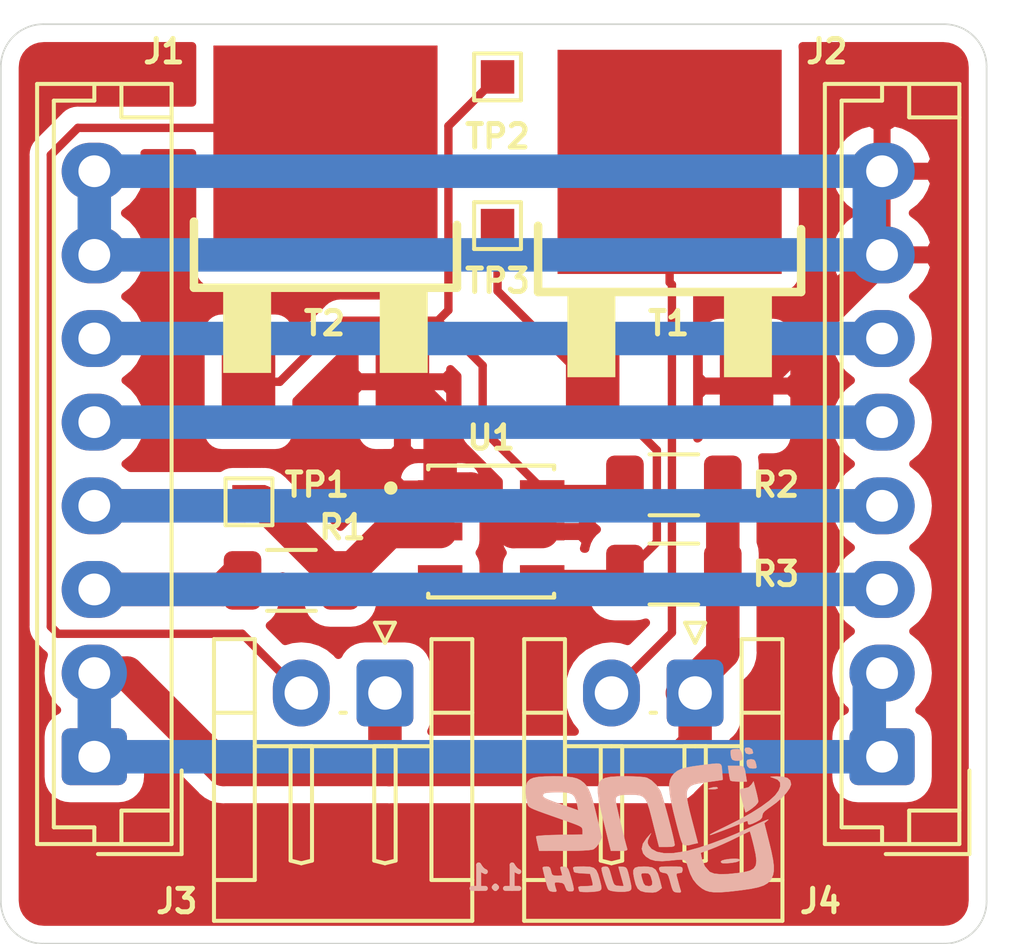
<source format=kicad_pcb>
(kicad_pcb (version 20211014) (generator pcbnew)
  (layers (0 "F.Cu" signal) (31 "B.Cu" signal) (34 "B.Paste" user) (35 "F.Paste" user) (36 "B.SilkS" user "B.Silkscreen") (37 "F.SilkS" user "F.Silkscreen") (38 "B.Mask" user) (39 "F.Mask" user) (44 "Edge.Cuts" user))
  (net 0 "")
  (net 1 "+12V")
  (net 2 "+3V3")
  (net 3 "GPIO")
  (net 4 "GND")
  (net 5 "Net-(J1-Pad6)")
  (net 6 "Net-(J1-Pad5)")
  (net 7 "Net-(J3-Pad2)")
  (net 8 "Net-(J4-Pad2)")
  (net 9 "Net-(R3-Pad2)")
  (net 10 "Net-(R2-Pad2)")
  (footprint "Connector_JST:JST_EH_B8B-EH-A_1x08_P2.50mm_Vertical" (layer "F.Cu") (at 101.092 148.8948 90)
    (fp_text reference "J1" (at 21.082 2.0828 180) (layer "F.SilkS") (effects (font (size 0.7 0.7))))
    (fp_text value "In")
    (fp_line (start 19.11 0.81) (end 19.11 2.31) (layer "F.SilkS") (width 0.12))
    (fp_line (start -2.61 0) (end -2.11 0) (layer "F.SilkS") (width 0.12))
    (fp_line (start -1.61 0.81) (end -1.61 2.31) (layer "F.SilkS") (width 0.12))
    (fp_line (start -2.11 0) (end -2.11 -1.21) (layer "F.SilkS") (width 0.12))
    (fp_line (start -2.61 0.81) (end -1.61 0.81) (layer "F.SilkS") (width 0.12))
    (fp_line (start -2.91 0.11) (end -2.91 2.61) (layer "F.SilkS") (width 0.12))
    (fp_line (start 20.11 -1.71) (end -2.61 -1.71) (layer "F.SilkS") (width 0.12))
    (fp_line (start 20.11 2.31) (end 20.11 -1.71) (layer "F.SilkS") (width 0.12))
    (fp_line (start 19.61 0) (end 20.11 0) (layer "F.SilkS") (width 0.12))
    (fp_line (start 19.61 -1.21) (end 19.61 0) (layer "F.SilkS") (width 0.12))
    (fp_line (start -2.11 -1.21) (end 19.61 -1.21) (layer "F.SilkS") (width 0.12))
    (fp_line (start -2.91 2.61) (end -0.41 2.61) (layer "F.SilkS") (width 0.12))
    (fp_line (start -2.61 -1.71) (end -2.61 2.31) (layer "F.SilkS") (width 0.12))
    (fp_line (start -2.61 2.31) (end 20.11 2.31) (layer "F.SilkS") (width 0.12))
    (fp_line (start 20.11 0.81) (end 19.11 0.81) (layer "F.SilkS") (width 0.12))
    (pad "1" thru_hole roundrect locked (at 0 0 90) (size 1.7 1.95) (drill 0.95) (layers *.Cu *.Mask) (roundrect_rratio 0.1470588235) (net 1 "+12V"))
    (pad "2" thru_hole oval locked (at 2.5 0 90) (size 1.7 1.95) (drill 0.95) (layers *.Cu *.Mask) (net 1 "+12V"))
    (pad "3" thru_hole oval locked (at 5 0 90) (size 1.7 1.95) (drill 0.95) (layers *.Cu *.Mask) (net 2 "+3V3"))
    (pad "4" thru_hole oval locked (at 7.5 0 90) (size 1.7 1.95) (drill 0.95) (layers *.Cu *.Mask) (net 3 "GPIO"))
    (pad "5" thru_hole oval locked (at 10 0 90) (size 1.7 1.95) (drill 0.95) (layers *.Cu *.Mask) (net 6 "Net-(J1-Pad5)"))
    (pad "6" thru_hole oval locked (at 12.5 0 90) (size 1.7 1.95) (drill 0.95) (layers *.Cu *.Mask) (net 5 "Net-(J1-Pad6)"))
    (pad "7" thru_hole oval locked (at 15 0 90) (size 1.7 1.95) (drill 0.95) (layers *.Cu *.Mask) (net 4 "GND"))
    (pad "8" thru_hole oval locked (at 17.5 0 90) (size 1.7 1.95) (drill 0.95) (layers *.Cu *.Mask) (net 4 "GND"))
  )
  (footprint "DS2413P_:SOIC127P429X150-N" (layer "F.Cu") (at 112.9538 142.1638)
    (fp_text reference "U1" (at 0 -2.8064) (layer "F.SilkS") (effects (font (size 0.7 0.7))))
    (fp_text value "DS2413P+")
    (fp_line (start -1.88 -1.97) (end -1.88 -1.86) (layer "F.SilkS") (width 0.127))
    (fp_line (start 1.88 -1.97) (end 1.88 -1.86) (layer "F.SilkS") (width 0.127))
    (fp_line (start -1.88 1.97) (end -1.88 1.86) (layer "F.SilkS") (width 0.127))
    (fp_line (start -1.88 1.97) (end 1.88 1.97) (layer "F.SilkS") (width 0.127))
    (fp_line (start 1.88 1.97) (end 1.88 1.86) (layer "F.SilkS") (width 0.127))
    (fp_line (start -1.88 -1.97) (end 1.88 -1.97) (layer "F.SilkS") (width 0.127))
    (fp_circle (center -3 -1.3) (end -2.9 -1.3) (layer "F.SilkS") (width 0.2) (fill none))
    (pad "1" smd rect locked (at -1.525 -1.27) (size 1.33 0.53) (layers "F.Cu" "F.Paste" "F.Mask") (net 4 "GND"))
    (pad "2" smd rect locked (at -1.525 0) (size 1.33 0.53) (layers "F.Cu" "F.Paste" "F.Mask") (net 3 "GPIO"))
    (pad "3" smd rect locked (at -1.525 1.27) (size 1.33 0.53) (layers "F.Cu" "F.Paste" "F.Mask"))
    (pad "4" smd rect locked (at 1.525 1.27) (size 1.33 0.53) (layers "F.Cu" "F.Paste" "F.Mask") (net 9 "Net-(R3-Pad2)"))
    (pad "5" smd rect locked (at 1.525 0) (size 1.33 0.53) (layers "F.Cu" "F.Paste" "F.Mask") (net 4 "GND"))
    (pad "6" smd rect locked (at 1.525 -1.27) (size 1.33 0.53) (layers "F.Cu" "F.Paste" "F.Mask") (net 10 "Net-(R2-Pad2)"))
  )
  (footprint "TestPoint:TestPoint_Pad_1.0x1.0mm" (layer "F.Cu") (at 105.7148 141.2748 90)
    (fp_text reference "TP1" (at 0.508 2.032 180) (layer "F.SilkS") (effects (font (size 0.7 0.7))))
    (fp_text value "TestPoint" hide)
    (fp_line (start 0.7 0.7) (end -0.7 0.7) (layer "F.SilkS") (width 0.12))
    (fp_line (start -0.7 -0.7) (end 0.7 -0.7) (layer "F.SilkS") (width 0.12))
    (fp_line (start 0.7 -0.7) (end 0.7 0.7) (layer "F.SilkS") (width 0.12))
    (fp_line (start -0.7 0.7) (end -0.7 -0.7) (layer "F.SilkS") (width 0.12))
    (pad "1" smd rect locked (at 0 0 90) (size 1 1) (layers "F.Cu" "F.Mask") (net 3 "GPIO"))
  )
  (footprint "TestPoint:TestPoint_Pad_1.0x1.0mm" (layer "F.Cu") (at 113.1443 128.5748)
    (fp_text reference "TP2" (at 0 1.778) (layer "F.SilkS") (effects (font (size 0.7 0.7))))
    (fp_text value "TestPoint" hide)
    (fp_line (start -0.7 -0.7) (end 0.7 -0.7) (layer "F.SilkS") (width 0.12))
    (fp_line (start 0.7 -0.7) (end 0.7 0.7) (layer "F.SilkS") (width 0.12))
    (fp_line (start -0.7 0.7) (end -0.7 -0.7) (layer "F.SilkS") (width 0.12))
    (fp_line (start 0.7 0.7) (end -0.7 0.7) (layer "F.SilkS") (width 0.12))
    (pad "1" smd rect locked (at 0 0) (size 1 1) (layers "F.Cu" "F.Mask") (net 10 "Net-(R2-Pad2)"))
  )
  (footprint "Connector_JST:JST_EH_S2B-EH_1x02_P2.50mm_Horizontal" (layer "F.Cu") (at 109.7788 146.9898 180)
    (fp_text reference "J3" (at 6.223 -6.223) (layer "F.SilkS") (effects (font (size 0.7 0.7))))
    (fp_text value "LED")
    (fp_line (start -0.32 -5.01) (end 0 -5.09) (layer "F.SilkS") (width 0.12))
    (fp_line (start 0.3 2.1) (end 0 1.5) (layer "F.SilkS") (width 0.12))
    (fp_line (start -1.39 -5.59) (end -1.39 -0.59) (layer "F.SilkS") (width 0.12))
    (fp_line (start 2.82 -5.01) (end 2.82 -1.59) (layer "F.SilkS") (width 0.12))
    (fp_line (start 1.17 -0.59) (end 1.33 -0.59) (layer "F.SilkS") (width 0.12))
    (fp_line (start 2.18 -5.01) (end 2.5 -5.09) (layer "F.SilkS") (width 0.12))
    (fp_line (start 0 -5.09) (end 0.32 -5.01) (layer "F.SilkS") (width 0.12))
    (fp_line (start -2.61 -5.59) (end -1.39 -5.59) (layer "F.SilkS") (width 0.12))
    (fp_line (start 5.11 -6.81) (end 5.11 1.61) (layer "F.SilkS") (width 0.12))
    (fp_line (start 0 1.5) (end -0.3 2.1) (layer "F.SilkS") (width 0.12))
    (fp_line (start 3.89 -5.59) (end 3.89 -0.59) (layer "F.SilkS") (width 0.12))
    (fp_line (start -1.39 -0.59) (end -1.39 1.61) (layer "F.SilkS") (width 0.12))
    (fp_line (start -0.32 -1.59) (end -0.32 -5.01) (layer "F.SilkS") (width 0.12))
    (fp_line (start 0 -1.59) (end -0.32 -1.59) (layer "F.SilkS") (width 0.12))
    (fp_line (start -0.3 2.1) (end 0.3 2.1) (layer "F.SilkS") (width 0.12))
    (fp_line (start 2.5 -1.59) (end 2.18 -1.59) (layer "F.SilkS") (width 0.12))
    (fp_line (start -1.39 1.61) (end -2.61 1.61) (layer "F.SilkS") (width 0.12))
    (fp_line (start 3.89 1.61) (end 3.89 -0.59) (layer "F.SilkS") (width 0.12))
    (fp_line (start -1.39 -0.59) (end -2.61 -0.59) (layer "F.SilkS") (width 0.12))
    (fp_line (start 0.32 -1.59) (end 0 -1.59) (layer "F.SilkS") (width 0.12))
    (fp_line (start -2.61 1.61) (end -2.61 -6.81) (layer "F.SilkS") (width 0.12))
    (fp_line (start 5.11 1.61) (end 3.89 1.61) (layer "F.SilkS") (width 0.12))
    (fp_line (start -1.39 -1.59) (end 3.89 -1.59) (layer "F.SilkS") (width 0.12))
    (fp_line (start 2.18 -1.59) (end 2.18 -5.01) (layer "F.SilkS") (width 0.12))
    (fp_line (start 3.89 -0.59) (end 5.11 -0.59) (layer "F.SilkS") (width 0.12))
    (fp_line (start -2.61 -6.81) (end 5.11 -6.81) (layer "F.SilkS") (width 0.12))
    (fp_line (start 2.82 -1.59) (end 2.5 -1.59) (layer "F.SilkS") (width 0.12))
    (fp_line (start 2.5 -5.09) (end 2.82 -5.01) (layer "F.SilkS") (width 0.12))
    (fp_line (start 5.11 -5.59) (end 3.89 -5.59) (layer "F.SilkS") (width 0.12))
    (fp_line (start 0.32 -5.01) (end 0.32 -1.59) (layer "F.SilkS") (width 0.12))
    (pad "1" thru_hole roundrect locked (at 0 0 180) (size 1.7 2) (drill 1) (layers *.Cu *.Mask) (roundrect_rratio 0.1470588235) (net 1 "+12V"))
    (pad "2" thru_hole oval locked (at 2.5 0 180) (size 1.7 2) (drill 1) (layers *.Cu *.Mask) (net 7 "Net-(J3-Pad2)"))
  )
  (footprint "Connector_JST:JST_EH_B8B-EH-A_1x08_P2.50mm_Vertical" (layer "F.Cu") (at 124.6378 148.8948 90)
    (fp_text reference "J2" (at 21.082 -1.651 180) (layer "F.SilkS") (effects (font (size 0.7 0.7))))
    (fp_text value "Out")
    (fp_line (start 19.11 0.81) (end 19.11 2.31) (layer "F.SilkS") (width 0.12))
    (fp_line (start 20.11 -1.71) (end -2.61 -1.71) (layer "F.SilkS") (width 0.12))
    (fp_line (start 19.61 -1.21) (end 19.61 0) (layer "F.SilkS") (width 0.12))
    (fp_line (start -2.61 2.31) (end 20.11 2.31) (layer "F.SilkS") (width 0.12))
    (fp_line (start 19.61 0) (end 20.11 0) (layer "F.SilkS") (width 0.12))
    (fp_line (start -2.61 0) (end -2.11 0) (layer "F.SilkS") (width 0.12))
    (fp_line (start 20.11 2.31) (end 20.11 -1.71) (layer "F.SilkS") (width 0.12))
    (fp_line (start -2.61 -1.71) (end -2.61 2.31) (layer "F.SilkS") (width 0.12))
    (fp_line (start 20.11 0.81) (end 19.11 0.81) (layer "F.SilkS") (width 0.12))
    (fp_line (start -2.11 0) (end -2.11 -1.21) (layer "F.SilkS") (width 0.12))
    (fp_line (start -2.91 0.11) (end -2.91 2.61) (layer "F.SilkS") (width 0.12))
    (fp_line (start -2.91 2.61) (end -0.41 2.61) (layer "F.SilkS") (width 0.12))
    (fp_line (start -2.11 -1.21) (end 19.61 -1.21) (layer "F.SilkS") (width 0.12))
    (fp_line (start -2.61 0.81) (end -1.61 0.81) (layer "F.SilkS") (width 0.12))
    (fp_line (start -1.61 0.81) (end -1.61 2.31) (layer "F.SilkS") (width 0.12))
    (pad "1" thru_hole roundrect locked (at 0 0 90) (size 1.7 1.95) (drill 0.95) (layers *.Cu *.Mask) (roundrect_rratio 0.1470588235) (net 1 "+12V"))
    (pad "2" thru_hole oval locked (at 2.5 0 90) (size 1.7 1.95) (drill 0.95) (layers *.Cu *.Mask) (net 1 "+12V"))
    (pad "3" thru_hole oval locked (at 5 0 90) (size 1.7 1.95) (drill 0.95) (layers *.Cu *.Mask) (net 2 "+3V3"))
    (pad "4" thru_hole oval locked (at 7.5 0 90) (size 1.7 1.95) (drill 0.95) (layers *.Cu *.Mask) (net 3 "GPIO"))
    (pad "5" thru_hole oval locked (at 10 0 90) (size 1.7 1.95) (drill 0.95) (layers *.Cu *.Mask) (net 6 "Net-(J1-Pad5)"))
    (pad "6" thru_hole oval locked (at 12.5 0 90) (size 1.7 1.95) (drill 0.95) (layers *.Cu *.Mask) (net 5 "Net-(J1-Pad6)"))
    (pad "7" thru_hole oval locked (at 15 0 90) (size 1.7 1.95) (drill 0.95) (layers *.Cu *.Mask) (net 4 "GND"))
    (pad "8" thru_hole oval locked (at 17.5 0 90) (size 1.7 1.95) (drill 0.95) (layers *.Cu *.Mask) (net 4 "GND"))
  )
  (footprint "Resistor_SMD:R_1206_3216Metric" (layer "F.Cu") (at 118.4148 140.7668 180)
    (fp_text reference "R2" (at -3.048 0) (layer "F.SilkS") (effects (font (size 0.7 0.7))))
    (fp_text value "10K")
    (fp_line (start -0.727064 -0.91) (end 0.727064 -0.91) (layer "F.SilkS") (width 0.12))
    (fp_line (start -0.727064 0.91) (end 0.727064 0.91) (layer "F.SilkS") (width 0.12))
    (pad "1" smd roundrect locked (at -1.4625 0 180) (size 1.125 1.75) (layers "F.Cu" "F.Paste" "F.Mask") (roundrect_rratio 0.2222213333) (net 1 "+12V"))
    (pad "2" smd roundrect locked (at 1.4625 0 180) (size 1.125 1.75) (layers "F.Cu" "F.Paste" "F.Mask") (roundrect_rratio 0.2222213333) (net 10 "Net-(R2-Pad2)"))
  )
  (footprint "Resistor_SMD:R_1206_3216Metric" (layer "F.Cu") (at 106.9848 143.6243)
    (fp_text reference "R1" (at 1.524 -1.5875) (layer "F.SilkS") (effects (font (size 0.7 0.7))))
    (fp_text value "1K" hide)
    (fp_line (start -0.727064 -0.91) (end 0.727064 -0.91) (layer "F.SilkS") (width 0.12))
    (fp_line (start -0.727064 0.91) (end 0.727064 0.91) (layer "F.SilkS") (width 0.12))
    (pad "1" smd roundrect locked (at -1.4625 0) (size 1.125 1.75) (layers "F.Cu" "F.Paste" "F.Mask") (roundrect_rratio 0.2222204444) (net 2 "+3V3"))
    (pad "2" smd roundrect locked (at 1.4625 0) (size 1.125 1.75) (layers "F.Cu" "F.Paste" "F.Mask") (roundrect_rratio 0.2222204444) (net 3 "GPIO"))
  )
  (footprint "Connector_JST:JST_EH_S2B-EH_1x02_P2.50mm_Horizontal" (layer "F.Cu") (at 119.0498 146.9898 180)
    (fp_text reference "J4" (at -3.7465 -6.223) (layer "F.SilkS") (effects (font (size 0.7 0.7))))
    (fp_text value "LED")
    (fp_line (start 5.11 -6.81) (end 5.11 1.61) (layer "F.SilkS") (width 0.12))
    (fp_line (start 0 -5.09) (end 0.32 -5.01) (layer "F.SilkS") (width 0.12))
    (fp_line (start 0 -1.59) (end -0.32 -1.59) (layer "F.SilkS") (width 0.12))
    (fp_line (start -1.39 -0.59) (end -1.39 1.61) (layer "F.SilkS") (width 0.12))
    (fp_line (start -0.32 -1.59) (end -0.32 -5.01) (layer "F.SilkS") (width 0.12))
    (fp_line (start 2.82 -1.59) (end 2.5 -1.59) (layer "F.SilkS") (width 0.12))
    (fp_line (start 3.89 -0.59) (end 5.11 -0.59) (layer "F.SilkS") (width 0.12))
    (fp_line (start 3.89 -5.59) (end 3.89 -0.59) (layer "F.SilkS") (width 0.12))
    (fp_line (start 3.89 1.61) (end 3.89 -0.59) (layer "F.SilkS") (width 0.12))
    (fp_line (start 2.82 -5.01) (end 2.82 -1.59) (layer "F.SilkS") (width 0.12))
    (fp_line (start 2.18 -5.01) (end 2.5 -5.09) (layer "F.SilkS") (width 0.12))
    (fp_line (start 2.5 -1.59) (end 2.18 -1.59) (layer "F.SilkS") (width 0.12))
    (fp_line (start -1.39 -1.59) (end 3.89 -1.59) (layer "F.SilkS") (width 0.12))
    (fp_line (start -1.39 1.61) (end -2.61 1.61) (layer "F.SilkS") (width 0.12))
    (fp_line (start -2.61 1.61) (end -2.61 -6.81) (layer "F.SilkS") (width 0.12))
    (fp_line (start -2.61 -6.81) (end 5.11 -6.81) (layer "F.SilkS") (width 0.12))
    (fp_line (start 5.11 -5.59) (end 3.89 -5.59) (layer "F.SilkS") (width 0.12))
    (fp_line (start 0.32 -5.01) (end 0.32 -1.59) (layer "F.SilkS") (width 0.12))
    (fp_line (start 0.32 -1.59) (end 0 -1.59) (layer "F.SilkS") (width 0.12))
    (fp_line (start 2.18 -1.59) (end 2.18 -5.01) (layer "F.SilkS") (width 0.12))
    (fp_line (start -2.61 -5.59) (end -1.39 -5.59) (layer "F.SilkS") (width 0.12))
    (fp_line (start -0.3 2.1) (end 0.3 2.1) (layer "F.SilkS") (width 0.12))
    (fp_line (start -0.32 -5.01) (end 0 -5.09) (layer "F.SilkS") (width 0.12))
    (fp_line (start 1.17 -0.59) (end 1.33 -0.59) (layer "F.SilkS") (width 0.12))
    (fp_line (start 5.11 1.61) (end 3.89 1.61) (layer "F.SilkS") (width 0.12))
    (fp_line (start 0 1.5) (end -0.3 2.1) (layer "F.SilkS") (width 0.12))
    (fp_line (start -1.39 -0.59) (end -2.61 -0.59) (layer "F.SilkS") (width 0.12))
    (fp_line (start -1.39 -5.59) (end -1.39 -0.59) (layer "F.SilkS") (width 0.12))
    (fp_line (start 2.5 -5.09) (end 2.82 -5.01) (layer "F.SilkS") (width 0.12))
    (fp_line (start 0.3 2.1) (end 0 1.5) (layer "F.SilkS") (width 0.12))
    (pad "1" thru_hole roundrect locked (at 0 0 180) (size 1.7 2) (drill 1) (layers *.Cu *.Mask) (roundrect_rratio 0.1470588235) (net 1 "+12V"))
    (pad "2" thru_hole oval locked (at 2.5 0 180) (size 1.7 2) (drill 1) (layers *.Cu *.Mask) (net 8 "Net-(J4-Pad2)"))
  )
  (footprint "Resistor_SMD:R_1206_3216Metric" (layer "F.Cu") (at 118.4148 143.4338 180)
    (fp_text reference "R3" (at -3.048 0) (layer "F.SilkS") (effects (font (size 0.7 0.7))))
    (fp_text value "10K")
    (fp_line (start -0.727064 0.91) (end 0.727064 0.91) (layer "F.SilkS") (width 0.12))
    (fp_line (start -0.727064 -0.91) (end 0.727064 -0.91) (layer "F.SilkS") (width 0.12))
    (pad "1" smd roundrect locked (at -1.4625 0 180) (size 1.125 1.75) (layers "F.Cu" "F.Paste" "F.Mask") (roundrect_rratio 0.2222213333) (net 1 "+12V"))
    (pad "2" smd roundrect locked (at 1.4625 0 180) (size 1.125 1.75) (layers "F.Cu" "F.Paste" "F.Mask") (roundrect_rratio 0.2222213333) (net 9 "Net-(R3-Pad2)"))
  )
  (footprint "STD40NF10:D_PAK" (layer "F.Cu") (at 118.2878 134.5148)
    (fp_text reference "T1" (at -0.027 1.426) (layer "F.SilkS") (effects (font (size 0.7 0.7))))
    (fp_text value "STD40NF10")
    (fp_line (start 3.9308 0.4894) (end 3.9308 -1.3886) (layer "F.SilkS") (width 0.254))
    (fp_line (start -3.9308 0.4894) (end 3.9308 0.4894) (layer "F.SilkS") (width 0.254))
    (fp_line (start -3.9308 0.4894) (end -3.9308 -1.4886) (layer "F.SilkS") (width 0.254))
    (fp_poly (pts (xy -3.0512 0.5418) (xy -1.6288 0.5418) (xy -1.6288 3.031) (xy -3.0512 3.031)) (layer "F.SilkS") (width 0.01) (fill solid))
    (fp_poly (pts (xy 1.6288 0.5418) (xy 3.0512 0.5418) (xy 3.0512 3.031) (xy 1.6288 3.031)) (layer "F.SilkS") (width 0.01) (fill solid))
    (pad "P$1" smd rect locked (at -2.3 3.3) (size 1.6 3) (layers "F.Cu" "F.Paste" "F.Mask") (net 9 "Net-(R3-Pad2)"))
    (pad "P$2" smd rect locked (at 0 -3.4) (size 6.7 6.7) (layers "F.Cu" "F.Paste" "F.Mask") (net 8 "Net-(J4-Pad2)"))
    (pad "P$3" smd rect locked (at 2.3 3.3) (size 1.6 3) (layers "F.Cu" "F.Paste" "F.Mask") (net 4 "GND"))
  )
  (footprint "TestPoint:TestPoint_Pad_1.0x1.0mm" (layer "F.Cu") (at 113.1443 133.0198)
    (fp_text reference "TP3" (at 0 1.651) (layer "F.SilkS") (effects (font (size 0.7 0.7))))
    (fp_text value "TestPoint")
    (fp_line (start -0.7 -0.7) (end 0.7 -0.7) (layer "F.SilkS") (width 0.12))
    (fp_line (start 0.7 0.7) (end -0.7 0.7) (layer "F.SilkS") (width 0.12))
    (fp_line (start -0.7 0.7) (end -0.7 -0.7) (layer "F.SilkS") (width 0.12))
    (fp_line (start 0.7 -0.7) (end 0.7 0.7) (layer "F.SilkS") (width 0.12))
    (pad "1" smd rect locked (at 0 0) (size 1 1) (layers "F.Cu" "F.Mask") (net 9 "Net-(R3-Pad2)"))
  )
  (footprint "STD40NF10:D_PAK" (layer "F.Cu") (at 108.0008 134.3878)
    (fp_text reference "T2" (at -0.027 1.553) (layer "F.SilkS") (effects (font (size 0.7 0.7))))
    (fp_text value "STD40NF10")
    (fp_line (start 3.9308 0.4894) (end 3.9308 -1.3886) (layer "F.SilkS") (width 0.254))
    (fp_line (start -3.9308 0.4894) (end 3.9308 0.4894) (layer "F.SilkS") (width 0.254))
    (fp_line (start -3.9308 0.4894) (end -3.9308 -1.4886) (layer "F.SilkS") (width 0.254))
    (fp_poly (pts (xy 1.6288 0.5418) (xy 3.0512 0.5418) (xy 3.0512 3.031) (xy 1.6288 3.031)) (layer "F.SilkS") (width 0.01) (fill solid))
    (fp_poly (pts (xy -3.0512 0.5418) (xy -1.6288 0.5418) (xy -1.6288 3.031) (xy -3.0512 3.031)) (layer "F.SilkS") (width 0.01) (fill solid))
    (pad "P$1" smd rect locked (at -2.3 3.3) (size 1.6 3) (layers "F.Cu" "F.Paste" "F.Mask") (net 10 "Net-(R2-Pad2)"))
    (pad "P$2" smd rect locked (at 0 -3.4) (size 6.7 6.7) (layers "F.Cu" "F.Paste" "F.Mask") (net 7 "Net-(J3-Pad2)"))
    (pad "P$3" smd rect locked (at 2.3 3.3) (size 1.6 3) (layers "F.Cu" "F.Paste" "F.Mask") (net 4 "GND"))
  )
  (footprint "logo:onetouchlogo" (layer "B.Cu") (at 117.9703 150.9268 180)
    (fp_text reference "logo1" hide)
    (fp_text value "LOGO" hide)
    (fp_poly (pts (xy 1.253283 1.442757) (xy 1.455514 1.428791) (xy 1.610811 1.396896) (xy 1.722341 1.340021) (xy 1.793273 1.251116) (xy 1.826776 1.123129) (xy 1.82602 0.949009) (xy 1.794173 0.721706) (xy 1.734404 0.434169) (xy 1.649882 0.079346) (xy 1.637585 0.029307) (xy 1.437956 -0.781539) (xy 1.185268 -0.781539) (xy 1.049181 -0.779137) (xy 0.975744 -0.768899) (xy 0.949518 -0.746281) (xy 0.953048 -0.713154) (xy 0.986584 -0.593316) (xy 1.029745 -0.427808) (xy 1.078923 -0.231782) (xy 1.130511 -0.020389) (xy 1.180901 0.191221) (xy 1.226486 0.387896) (xy 1.263659 0.554486) (xy 1.288813 0.675839) (xy 1.29834 0.736804) (xy 1.298345 0.737136) (xy 1.287519 0.808665) (xy 1.244981 0.855829) (xy 1.158303 0.883317) (xy 1.01506 0.895819) (xy 0.871641 0.89817) (xy 0.703901 0.895148) (xy 0.576756 0.878648) (xy 0.480985 0.838592) (xy 0.407369 0.764901) (xy 0.346688 0.647499) (xy 0.289721 0.476306) (xy 0.227249 0.241245) (xy 0.210822 0.175846) (xy 0.158271 -0.033802) (xy 0.109219 -0.228551) (xy 0.068361 -0.389825) (xy 0.040392 -0.499044) (xy 0.035509 -0.51777) (xy -0.003012 -0.664308) (xy -0.235968 -0.664308) (xy -0.370762 -0.65997) (xy -0.443068 -0.644317) (xy -0.468202 -0.613391) (xy -0.468923 -0.604116) (xy -0.458624 -0.530631) (xy -0.430394 -0.397235) (xy -0.388234 -0.219029) (xy -0.336145 -0.011117) (xy -0.278127 0.211398) (xy -0.218181 0.433416) (xy -0.160309 0.639833) (xy -0.10851 0.815547) (xy -0.066786 0.945456) (xy -0.041106 1.010824) (xy 0.074926 1.182395) (xy 0.222376 1.323005) (xy 0.364006 1.404283) (xy 0.443555 1.419822) (xy 0.582756 1.432718) (xy 0.763122 1.441765) (xy 0.966163 1.445757) (xy 1.000946 1.445846) (xy 1.253283 1.442757)) (layer "B.SilkS") (width 0.01) (fill solid))
    (fp_poly (pts (xy -2.582461 2.295908) (xy -2.563451 2.25219) (xy -2.569513 2.207846) (xy -2.601354 2.134977) (xy -2.674806 2.110868) (xy -2.700863 2.110153) (xy -2.781198 2.120937) (xy -2.813538 2.146034) (xy -2.783621 2.250769) (xy -2.698899 2.3018) (xy -2.658469 2.305538) (xy -2.582461 2.295908)) (layer "B.SilkS") (width 0.01) (fill solid))
    (fp_poly (pts (xy -3.210654 0.138858) (xy -3.099976 0.093624) (xy -2.944613 0.024099) (xy -2.753012 -0.066245) (xy -2.735384 -0.074744) (xy -2.344779 -0.254012) (xy -1.945067 -0.42024) (xy -1.553623 -0.567044) (xy -1.18782 -0.688037) (xy -0.865032 -0.776835) (xy -0.76314 -0.799601) (xy -0.434225 -0.849507) (xy -0.158082 -0.853205) (xy 0.062231 -0.811202) (xy 0.223651 -0.724004) (xy 0.308262 -0.622169) (xy 0.341273 -0.54446) (xy 0.335623 -0.472413) (xy 0.300052 -0.387707) (xy 0.235996 -0.254) (xy 0.371998 -0.407049) (xy 0.480199 -0.56785) (xy 0.513694 -0.719718) (xy 0.472336 -0.858085) (xy 0.389619 -0.952356) (xy 0.260346 -1.034328) (xy 0.103336 -1.078888) (xy -0.097648 -1.088988) (xy -0.288166 -1.075606) (xy -0.493652 -1.05406) (xy -0.63519 -1.042822) (xy -0.726751 -1.046164) (xy -0.782306 -1.068355) (xy -0.815827 -1.113668) (xy -0.841285 -1.186373) (xy -0.860164 -1.250462) (xy -0.936409 -1.470636) (xy -1.019959 -1.635242) (xy -1.123542 -1.766681) (xy -1.188782 -1.828683) (xy -1.2887 -1.907453) (xy -1.391469 -1.964731) (xy -1.508794 -2.001678) (xy -1.652376 -2.019457) (xy -1.833921 -2.019228) (xy -2.065131 -2.002155) (xy -2.357711 -1.969398) (xy -2.46756 -1.955621) (xy -2.750369 -1.914345) (xy -2.966285 -1.869237) (xy -3.126567 -1.815856) (xy -3.242473 -1.749759) (xy -3.325262 -1.666502) (xy -3.366804 -1.600791) (xy -3.409875 -1.49664) (xy -3.431332 -1.376258) (xy -3.430372 -1.227866) (xy -3.411288 -1.079341) (xy -2.912365 -1.079341) (xy -2.894234 -1.215788) (xy -2.830627 -1.310708) (xy -2.715583 -1.37463) (xy -2.543141 -1.418087) (xy -2.381709 -1.442407) (xy -2.06849 -1.474661) (xy -1.824347 -1.480893) (xy -1.644586 -1.460891) (xy -1.524514 -1.414447) (xy -1.50895 -1.403319) (xy -1.369041 -1.243995) (xy -1.283091 -1.030011) (xy -1.27156 -0.975573) (xy -1.246882 -0.840154) (xy -1.551518 -0.727574) (xy -1.716462 -0.66173) (xy -1.920977 -0.572953) (xy -2.135326 -0.47443) (xy -2.278397 -0.40519) (xy -2.44248 -0.324184) (xy -2.579134 -0.257709) (xy -2.674319 -0.212527) (xy -2.713996 -0.195395) (xy -2.714152 -0.195385) (xy -2.728101 -0.230926) (xy -2.755998 -0.327621) (xy -2.79376 -0.470579) (xy -2.83604 -0.639741) (xy -2.89098 -0.890836) (xy -2.912365 -1.079341) (xy -3.411288 -1.079341) (xy -3.406192 -1.039689) (xy -3.357989 -0.799947) (xy -3.293969 -0.532612) (xy -3.14818 0.048468) (xy -3.264167 0.142568) (xy -3.2682 0.15633) (xy -3.210654 0.138858)) (layer "B.SilkS") (width 0.01) (fill solid))
    (fp_poly (pts (xy -3.390093 1.438323) (xy -3.333859 1.431812) (xy -3.342821 1.420591) (xy -3.389682 1.407753) (xy -3.540684 1.350975) (xy -3.619074 1.26694) (xy -3.626997 1.151192) (xy -3.576849 1.018533) (xy -3.472781 0.877482) (xy -3.298421 0.717058) (xy -3.058336 0.540344) (xy -2.757092 0.350426) (xy -2.399255 0.150386) (xy -1.989391 -0.056693) (xy -1.973099 -0.06454) (xy -1.804291 -0.146897) (xy -1.664448 -0.217378) (xy -1.566834 -0.269131) (xy -1.524713 -0.295303) (xy -1.524 -0.296554) (xy -1.52364 -0.305467) (xy -1.531377 -0.30825) (xy -1.560434 -0.300712) (xy -1.624032 -0.27866) (xy -1.735395 -0.237904) (xy -1.895231 -0.178871) (xy -2.075527 -0.110837) (xy -2.252505 -0.04158) (xy -2.396559 0.017237) (xy -2.435778 0.034101) (xy -2.557028 0.086741) (xy -2.62325 0.110041) (xy -2.651083 0.105843) (xy -2.657163 0.075989) (xy -2.657231 0.058615) (xy -2.668451 0.014166) (xy -2.710689 0.005383) (xy -2.796814 0.033656) (xy -2.910185 0.08594) (xy -3.021849 0.149208) (xy -3.075461 0.208637) (xy -3.088154 0.271555) (xy -3.104169 0.336948) (xy -3.159282 0.404242) (xy -3.266333 0.487265) (xy -3.325911 0.527538) (xy -3.510027 0.663011) (xy -3.675662 0.810625) (xy -3.811244 0.957616) (xy -3.9052 1.091219) (xy -3.945958 1.19867) (xy -3.946769 1.212317) (xy -3.920916 1.322837) (xy -3.839382 1.395678) (xy -3.696208 1.434031) (xy -3.517997 1.441846) (xy -3.390093 1.438323)) (layer "B.SilkS") (width 0.01) (fill solid))
    (fp_poly (pts (xy -2.276299 2.259055) (xy -2.180812 2.24574) (xy -2.142295 2.214008) (xy -2.139586 2.143648) (xy -2.140848 2.129692) (xy -2.158972 2.006082) (xy -2.194859 1.941721) (xy -2.266324 1.917703) (xy -2.343389 1.914769) (xy -2.446528 1.92145) (xy -2.492233 1.947911) (xy -2.500923 1.990379) (xy -2.487073 2.084474) (xy -2.461915 2.168588) (xy -2.424903 2.236311) (xy -2.365758 2.26108) (xy -2.276299 2.259055)) (layer "B.SilkS") (width 0.01) (fill solid))
    (fp_poly (pts (xy 3.416275 1.441659) (xy 3.612767 1.427231) (xy 3.75442 1.399763) (xy 3.852714 1.356454) (xy 3.919128 1.294503) (xy 3.945611 1.252626) (xy 3.977084 1.13761) (xy 3.983412 0.97469) (xy 3.964726 0.789915) (xy 3.942761 0.684114) (xy 3.931726 0.634263) (xy 3.921576 0.594401) (xy 3.904315 0.560577) (xy 3.871948 0.528839) (xy 3.816481 0.495234) (xy 3.729917 0.455812) (xy 3.604263 0.406621) (xy 3.431523 0.343708) (xy 3.203702 0.263122) (xy 2.912805 0.160911) (xy 2.813539 0.125968) (xy 2.606852 0.052573) (xy 2.462709 -0.001582) (xy 2.369845 -0.042958) (xy 2.316994 -0.078012) (xy 2.292893 -0.113204) (xy 2.286275 -0.15499) (xy 2.286 -0.176493) (xy 2.286 -0.293077) (xy 2.979616 -0.303748) (xy 3.202657 -0.309057) (xy 3.395914 -0.317244) (xy 3.546968 -0.327486) (xy 3.643402 -0.338964) (xy 3.673231 -0.349613) (xy 3.66501 -0.405286) (xy 3.643988 -0.509106) (xy 3.627443 -0.583173) (xy 3.581654 -0.781539) (xy 2.816596 -0.780963) (xy 2.502809 -0.778498) (xy 2.262597 -0.771465) (xy 2.091503 -0.75961) (xy 1.985068 -0.742678) (xy 1.953846 -0.731808) (xy 1.874365 -0.665841) (xy 1.798386 -0.562358) (xy 1.782417 -0.532534) (xy 1.708681 -0.381837) (xy 1.854988 0.229158) (xy 1.904546 0.42958) (xy 2.414022 0.42958) (xy 2.947366 0.615328) (xy 3.158461 0.690173) (xy 3.305667 0.746525) (xy 3.399529 0.789714) (xy 3.450592 0.825069) (xy 3.4694 0.85792) (xy 3.469509 0.87923) (xy 3.457052 0.916602) (xy 3.422504 0.940718) (xy 3.350648 0.955287) (xy 3.226269 0.964017) (xy 3.103032 0.968538) (xy 2.874631 0.970478) (xy 2.710645 0.954423) (xy 2.597993 0.91252) (xy 2.523596 0.836914) (xy 2.474376 0.719749) (xy 2.440487 0.570654) (xy 2.414022 0.42958) (xy 1.904546 0.42958) (xy 1.927673 0.523106) (xy 1.990328 0.751403) (xy 2.047275 0.925225) (xy 2.102835 1.055745) (xy 2.161327 1.15414) (xy 2.227074 1.231584) (xy 2.251612 1.254913) (xy 2.345449 1.327702) (xy 2.45134 1.380031) (xy 2.583594 1.414931) (xy 2.756525 1.435432) (xy 2.984442 1.444564) (xy 3.153464 1.445846) (xy 3.416275 1.441659)) (layer "B.SilkS") (width 0.01) (fill solid))
    (fp_poly (pts (xy -2.114487 -1.024043) (xy -1.976646 -1.04356) (xy -1.88218 -1.071489) (xy -1.847307 -1.10434) (xy -1.84815 -1.109275) (xy -1.869166 -1.139534) (xy -1.917139 -1.153859) (xy -2.008068 -1.153565) (xy -2.157956 -1.139968) (xy -2.185273 -1.136999) (xy -2.314876 -1.113427) (xy -2.394444 -1.081597) (xy -2.41773 -1.049503) (xy -2.378486 -1.02514) (xy -2.279487 -1.01643) (xy -2.114487 -1.024043)) (layer "B.SilkS") (width 0.01) (fill solid))
    (fp_poly (pts (xy -2.087925 1.555552) (xy -2.106706 1.434578) (xy -2.125363 1.34666) (xy -2.134342 1.321091) (xy -2.180831 1.304349) (xy -2.281733 1.292908) (xy -2.389433 1.289538) (xy -2.625023 1.289538) (xy -2.599195 1.455615) (xy -2.574192 1.606824) (xy -2.546862 1.696877) (xy -2.501448 1.741611) (xy -2.422195 1.75686) (xy -2.297871 1.758461) (xy -2.061008 1.758461) (xy -2.087925 1.555552)) (layer "B.SilkS") (width 0.01) (fill solid))
    (fp_poly (pts (xy 0.617446 -1.257897) (xy 0.719236 -1.288871) (xy 0.765016 -1.356386) (xy 0.765499 -1.473447) (xy 0.741697 -1.605756) (xy 0.694104 -1.788632) (xy 0.634944 -1.907851) (xy 0.549896 -1.977862) (xy 0.424634 -2.013115) (xy 0.327726 -2.023341) (xy 0.181146 -2.027754) (xy 0.084493 -2.011757) (xy 0.011134 -1.97065) (xy 0.005981 -1.966547) (xy -0.08479 -1.893045) (xy -0.038085 -1.708134) (xy 0.19887 -1.708134) (xy 0.202049 -1.79132) (xy 0.25105 -1.829946) (xy 0.313583 -1.836616) (xy 0.412256 -1.817069) (xy 0.463882 -1.749466) (xy 0.464169 -1.748693) (xy 0.498931 -1.640658) (xy 0.522561 -1.553308) (xy 0.533634 -1.480984) (xy 0.505634 -1.45153) (xy 0.419425 -1.445849) (xy 0.414875 -1.445847) (xy 0.317854 -1.457068) (xy 0.264787 -1.50596) (xy 0.238284 -1.568909) (xy 0.19887 -1.708134) (xy -0.038085 -1.708134) (xy -0.02091 -1.640138) (xy 0.034933 -1.459775) (xy 0.103489 -1.344132) (xy 0.200868 -1.279848) (xy 0.343178 -1.253563) (xy 0.448929 -1.250462) (xy 0.617446 -1.257897)) (layer "B.SilkS") (width 0.01) (fill solid))
    (fp_poly (pts (xy 2.431883 -1.252439) (xy 2.522683 -1.260341) (xy 2.562811 -1.277119) (xy 2.565982 -1.305727) (xy 2.563719 -1.312273) (xy 2.542672 -1.385503) (xy 2.54 -1.408101) (xy 2.504446 -1.427583) (xy 2.411852 -1.444379) (xy 2.29993 -1.453751) (xy 2.05986 -1.465385) (xy 2.011521 -1.629617) (xy 1.986565 -1.733913) (xy 1.980592 -1.803327) (xy 1.984565 -1.815232) (xy 2.032543 -1.827116) (xy 2.133127 -1.83488) (xy 2.21854 -1.836616) (xy 2.340736 -1.840128) (xy 2.400141 -1.853978) (xy 2.411935 -1.883131) (xy 2.407412 -1.898427) (xy 2.386525 -1.966632) (xy 2.383693 -1.98635) (xy 2.348583 -2.002942) (xy 2.258123 -2.011413) (xy 2.134615 -2.012467) (xy 2.000364 -2.006809) (xy 1.877673 -1.995144) (xy 1.788844 -1.978176) (xy 1.76234 -1.966719) (xy 1.731172 -1.935903) (xy 1.720533 -1.891005) (xy 1.730852 -1.812677) (xy 1.762553 -1.681571) (xy 1.769188 -1.656124) (xy 1.821591 -1.475524) (xy 1.876593 -1.358216) (xy 1.95113 -1.290662) (xy 2.062136 -1.259325) (xy 2.226547 -1.250669) (xy 2.276699 -1.250462) (xy 2.431883 -1.252439)) (layer "B.SilkS") (width 0.01) (fill solid))
    (fp_poly (pts (xy -2.761976 1.197126) (xy -2.678195 1.118534) (xy -2.55044 1.086783) (xy -2.449863 1.068652) (xy -2.415264 1.032976) (xy -2.416472 1.016) (xy -2.446551 0.888759) (xy -2.483063 0.742641) (xy -2.520707 0.597768) (xy -2.554181 0.474265) (xy -2.578186 0.392252) (xy -2.58658 0.37024) (xy -2.622287 0.384202) (xy -2.701627 0.433657) (xy -2.784699 0.491629) (xy -2.885667 0.576148) (xy -2.951713 0.65328) (xy -2.967593 0.693995) (xy -2.956944 0.764728) (xy -2.931186 0.884849) (xy -2.895892 1.028378) (xy -2.895821 1.02865) (xy -2.826302 1.2953) (xy -2.761976 1.197126)) (layer "B.SilkS") (width 0.01) (fill solid))
    (fp_poly (pts (xy 1.690437 -1.265785) (xy 1.719385 -1.299432) (xy 1.707097 -1.381501) (xy 1.675405 -1.505953) (xy 1.632071 -1.648682) (xy 1.584854 -1.785579) (xy 1.541515 -1.892538) (xy 1.512084 -1.943433) (xy 1.442511 -1.974039) (xy 1.321774 -1.994858) (xy 1.176371 -2.004866) (xy 1.0328 -2.00304) (xy 0.917558 -1.988357) (xy 0.865794 -1.968392) (xy 0.837166 -1.939536) (xy 0.825883 -1.895827) (xy 0.83266 -1.820257) (xy 0.858214 -1.695814) (xy 0.881457 -1.596494) (xy 0.920239 -1.438756) (xy 0.950806 -1.341581) (xy 0.982536 -1.289385) (xy 1.024808 -1.266583) (xy 1.0853 -1.257755) (xy 1.171204 -1.252748) (xy 1.211043 -1.257001) (xy 1.211385 -1.25788) (xy 1.201441 -1.29867) (xy 1.175216 -1.394775) (xy 1.138118 -1.526425) (xy 1.133231 -1.543539) (xy 1.0952 -1.678084) (xy 1.067397 -1.779417) (xy 1.05523 -1.827781) (xy 1.055077 -1.829081) (xy 1.089484 -1.8341) (xy 1.174824 -1.831209) (xy 1.201477 -1.829205) (xy 1.276588 -1.820384) (xy 1.325289 -1.798205) (xy 1.360122 -1.74611) (xy 1.393631 -1.647542) (xy 1.425271 -1.53377) (xy 1.466905 -1.389031) (xy 1.500394 -1.30429) (xy 1.536174 -1.263631) (xy 1.584679 -1.251138) (xy 1.611025 -1.250462) (xy 1.690437 -1.265785)) (layer "B.SilkS") (width 0.01) (fill solid))
    (fp_poly (pts (xy -1.569262 1.81618) (xy -1.37151 1.79162) (xy -1.255568 1.777063) (xy -0.996816 1.741386) (xy -0.802239 1.704529) (xy -0.657928 1.662014) (xy -0.549974 1.609362) (xy -0.464468 1.542095) (xy -0.436352 1.513274) (xy -0.374332 1.432138) (xy -0.3317 1.338358) (xy -0.309094 1.223608) (xy -0.307151 1.07956) (xy -0.32651 0.897888) (xy -0.36781 0.670266) (xy -0.431687 0.388368) (xy -0.51878 0.043866) (xy -0.5613 -0.117231) (xy -0.61595 -0.318306) (xy -0.657379 -0.455755) (xy -0.691115 -0.541821) (xy -0.722688 -0.588749) (xy -0.757629 -0.608784) (xy -0.785304 -0.613228) (xy -0.874442 -0.613801) (xy -0.918307 -0.606877) (xy -0.983737 -0.588507) (xy -1.060326 -0.570424) (xy -1.163268 -0.547857) (xy -0.992112 0.107071) (xy -0.91894 0.393934) (xy -0.867493 0.616323) (xy -0.836983 0.784604) (xy -0.826624 0.909146) (xy -0.835632 1.000315) (xy -0.863219 1.06848) (xy -0.908599 1.124007) (xy -0.914576 1.129725) (xy -0.973286 1.172294) (xy -1.056718 1.205945) (xy -1.180536 1.234943) (xy -1.360406 1.263553) (xy -1.451106 1.275784) (xy -1.62688 1.299285) (xy -1.770994 1.319594) (xy -1.86773 1.334426) (xy -1.901366 1.341263) (xy -1.902125 1.380917) (xy -1.896474 1.476672) (xy -1.886947 1.592785) (xy -1.879213 1.691147) (xy -1.868918 1.760526) (xy -1.844419 1.80432) (xy -1.794073 1.825928) (xy -1.706235 1.828749) (xy -1.569262 1.81618)) (layer "B.SilkS") (width 0.01) (fill solid))
    (fp_poly (pts (xy -0.181843 -1.251346) (xy -0.078446 -1.256469) (xy -0.024366 -1.269539) (xy -0.005185 -1.294262) (xy -0.006486 -1.334347) (xy -0.007051 -1.338385) (xy -0.038022 -1.405637) (xy -0.119298 -1.435474) (xy -0.142969 -1.438287) (xy -0.207401 -1.449016) (xy -0.250834 -1.477108) (xy -0.284639 -1.53934) (xy -0.320187 -1.652487) (xy -0.341624 -1.731364) (xy -0.381958 -1.875296) (xy -0.414928 -1.960231) (xy -0.452214 -2.002967) (xy -0.505497 -2.020304) (xy -0.54586 -2.025101) (xy -0.632285 -2.026567) (xy -0.657822 -2.002732) (xy -0.652215 -1.978699) (xy -0.628698 -1.905472) (xy -0.597061 -1.793123) (xy -0.585992 -1.751137) (xy -0.554474 -1.631061) (xy -0.528353 -1.534628) (xy -0.522579 -1.514231) (xy -0.525706 -1.462722) (xy -0.587303 -1.446101) (xy -0.603059 -1.445847) (xy -0.678751 -1.43067) (xy -0.702753 -1.370183) (xy -0.703384 -1.348154) (xy -0.700616 -1.30205) (xy -0.682325 -1.273359) (xy -0.633528 -1.257952) (xy -0.539243 -1.251698) (xy -0.384489 -1.250468) (xy -0.348974 -1.250462) (xy -0.181843 -1.251346)) (layer "B.SilkS") (width 0.01) (fill solid))
    (fp_poly (pts (xy -1.634205 1.122112) (xy -1.524 1.094153) (xy -1.474479 1.074744) (xy -1.487764 1.064413) (xy -1.570927 1.059521) (xy -1.592384 1.058972) (xy -1.693752 1.064772) (xy -1.752533 1.083961) (xy -1.758461 1.094153) (xy -1.725315 1.125042) (xy -1.634205 1.122112)) (layer "B.SilkS") (width 0.01) (fill solid))
    (fp_poly (pts (xy 3.445785 -1.259278) (xy 3.478867 -1.27977) (xy 3.47014 -1.328446) (xy 3.445937 -1.433791) (xy 3.410688 -1.576899) (xy 3.392639 -1.647668) (xy 3.350036 -1.80861) (xy 3.317123 -1.909069) (xy 3.284504 -1.964349) (xy 3.242784 -1.989754) (xy 3.182568 -2.00059) (xy 3.175471 -2.001426) (xy 3.087874 -2.004231) (xy 3.062122 -1.980737) (xy 3.066481 -1.962051) (xy 3.092204 -1.882215) (xy 3.111684 -1.810796) (xy 3.121435 -1.748768) (xy 3.095588 -1.724073) (xy 3.015405 -1.724166) (xy 2.985757 -1.726503) (xy 2.883319 -1.74364) (xy 2.829743 -1.787002) (xy 2.799356 -1.865924) (xy 2.761564 -1.955336) (xy 2.701589 -1.989467) (xy 2.651578 -1.992924) (xy 2.592595 -1.989841) (xy 2.558446 -1.971859) (xy 2.548452 -1.925879) (xy 2.561931 -1.838799) (xy 2.598203 -1.697519) (xy 2.630249 -1.582616) (xy 2.674935 -1.429256) (xy 2.709845 -1.335693) (xy 2.745242 -1.286181) (xy 2.79139 -1.264975) (xy 2.84193 -1.257909) (xy 2.924032 -1.253977) (xy 2.949766 -1.278817) (xy 2.934793 -1.353542) (xy 2.928708 -1.374882) (xy 2.903882 -1.464048) (xy 2.891893 -1.51223) (xy 2.891693 -1.513973) (xy 2.926381 -1.520285) (xy 3.012912 -1.523764) (xy 3.046229 -1.524) (xy 3.147126 -1.518367) (xy 3.19666 -1.487977) (xy 3.221492 -1.412595) (xy 3.226425 -1.387231) (xy 3.252746 -1.294392) (xy 3.299243 -1.256584) (xy 3.364964 -1.250462) (xy 3.445785 -1.259278)) (layer "B.SilkS") (width 0.01) (fill solid))
    (fp_poly (pts (xy -2.647685 1.940517) (xy -2.618773 1.892568) (xy -2.618154 1.878888) (xy -2.635856 1.758126) (xy -2.696648 1.6962) (xy -2.798925 1.680307) (xy -2.887494 1.68553) (xy -2.917213 1.713976) (xy -2.907278 1.784808) (xy -2.906572 1.787769) (xy -2.876975 1.891472) (xy -2.839662 1.939567) (xy -2.772484 1.953255) (xy -2.733078 1.953846) (xy -2.647685 1.940517)) (layer "B.SilkS") (width 0.01) (fill solid))
  )
  (gr_arc (start 98.298 128.27) (mid 98.669974 127.371974) (end 99.568 127) (layer "Edge.Cuts") (width 0.05))
  (gr_line (start 99.568 127) (end 126.492 127) (layer "Edge.Cuts") (width 0.05))
  (gr_line (start 99.568 154.4828) (end 126.492 154.4828) (layer "Edge.Cuts") (width 0.05))
  (gr_line (start 98.298 153.2128) (end 98.298 128.27) (layer "Edge.Cuts") (width 0.05))
  (gr_line (start 127.762 128.27) (end 127.762 153.2128) (layer "Edge.Cuts") (width 0.05))
  (gr_arc (start 126.492 127) (mid 127.390026 127.371974) (end 127.762 128.27) (layer "Edge.Cuts") (width 0.05))
  (gr_arc (start 127.762 153.2128) (mid 127.390026 154.110826) (end 126.492 154.4828) (layer "Edge.Cuts") (width 0.05))
  (gr_arc (start 99.568 154.4828) (mid 98.669974 154.110826) (end 98.298 153.2128) (layer "Edge.Cuts") (width 0.05))
  (gr_text "1.1" (at 113.0808 152.5143) (layer "B.SilkS") (effects (font (size 0.7 0.7)) (justify mirror)))
  (segment (start 102.0718 146.3948) (end 104.9528 149.2758) (width 1) (layer "F.Cu") (net 1))
  (segment (start 119.8773 143.4338) (end 119.8773 140.7668) (width 1) (layer "F.Cu") (net 1))
  (segment (start 109.9058 149.2758) (end 118.2878 149.2758) (width 1) (layer "F.Cu") (net 1))
  (segment (start 118.6688 146.9898) (end 119.8773 145.7813) (width 1) (layer "F.Cu") (net 1))
  (segment (start 118.2878 149.2758) (end 119.0498 148.5138) (width 1) (layer "F.Cu") (net 1))
  (segment (start 119.0498 148.5138) (end 119.0498 146.9898) (width 1) (layer "F.Cu") (net 1))
  (segment (start 109.7788 149.1488) (end 109.9058 149.2758) (width 1) (layer "F.Cu") (net 1))
  (segment (start 101.092 146.3948) (end 102.0718 146.3948) (width 1) (layer "F.Cu") (net 1))
  (segment (start 109.7788 146.9898) (end 109.7788 149.1488) (width 1) (layer "F.Cu") (net 1))
  (segment (start 104.9528 149.2758) (end 109.9058 149.2758) (width 1) (layer "F.Cu") (net 1))
  (segment (start 119.8773 145.7813) (end 119.8773 143.4338) (width 1) (layer "F.Cu") (net 1))
  (segment (start 124.2568 148.8948) (end 124.2568 146.3948) (width 1) (layer "B.Cu") (net 1))
  (segment (start 101.092 148.8948) (end 101.092 146.3948) (width 1) (layer "B.Cu") (net 1))
  (segment (start 101.092 148.8948) (end 124.2568 148.8948) (width 1) (layer "B.Cu") (net 1))
  (segment (start 101.092 143.8948) (end 104.9343 143.8948) (width 1) (layer "F.Cu") (net 2))
  (segment (start 104.9343 143.8948) (end 105.5223 143.3068) (width 1) (layer "F.Cu") (net 2))
  (segment (start 101.092 143.8948) (end 124.2568 143.8948) (width 1) (layer "B.Cu") (net 2))
  (segment (start 105.7148 141.2748) (end 106.0978 141.2748) (width 1) (layer "F.Cu") (net 3))
  (segment (start 108.4473 143.6243) (end 109.9078 142.1638) (width 1) (layer "F.Cu") (net 3))
  (segment (start 105.5948 141.3948) (end 105.7148 141.2748) (width 1) (layer "F.Cu") (net 3))
  (segment (start 106.0978 141.2748) (end 108.4473 143.6243) (width 1) (layer "F.Cu") (net 3))
  (segment (start 101.092 141.3948) (end 105.5948 141.3948) (width 1) (layer "F.Cu") (net 3))
  (segment (start 109.9078 142.1638) (end 111.4288 142.1638) (width 1) (layer "F.Cu") (net 3))
  (segment (start 101.092 141.3948) (end 124.6378 141.3948) (width 1) (layer "B.Cu") (net 3))
  (segment (start 120.7178 137.8148) (end 124.6378 133.8948) (width 1) (layer "F.Cu") (net 4))
  (segment (start 120.5878 137.8148) (end 120.7178 137.8148) (width 1) (layer "F.Cu") (net 4))
  (segment (start 113.618802 142.1638) (end 112.348802 140.8938) (width 1) (layer "F.Cu") (net 4))
  (segment (start 111.4288 140.8938) (end 111.4288 138.8158) (width 1) (layer "F.Cu") (net 4))
  (segment (start 111.4288 138.8158) (end 110.3008 137.6878) (width 1) (layer "F.Cu") (net 4))
  (segment (start 114.4788 142.1638) (end 113.618802 142.1638) (width 1) (layer "F.Cu") (net 4))
  (segment (start 120.7148 137.4628) (end 120.7148 137.4368) (width 1) (layer "F.Cu") (net 4))
  (segment (start 112.348802 140.8938) (end 111.4288 140.8938) (width 1) (layer "F.Cu") (net 4))
  (segment (start 124.2568 131.3948) (end 124.2568 133.8948) (width 1) (layer "B.Cu") (net 4))
  (segment (start 101.092 131.3948) (end 101.092 133.8948) (width 1) (layer "B.Cu") (net 4))
  (segment (start 101.092 131.3948) (end 124.2568 131.3948) (width 1) (layer "B.Cu") (net 4))
  (segment (start 101.092 133.8948) (end 124.2568 133.8948) (width 1) (layer "B.Cu") (net 4))
  (segment (start 101.092 136.3948) (end 124.2568 136.3948) (width 1) (layer "B.Cu") (net 5))
  (segment (start 101.092 138.8948) (end 124.2568 138.8948) (width 1) (layer "B.Cu") (net 6))
  (segment (start 105.50879 145.21979) (end 100.00779 145.21979) (width 0.25) (layer "F.Cu") (net 7))
  (segment (start 100.00779 145.21979) (end 99.79199 145.00399) (width 0.25) (layer "F.Cu") (net 7))
  (segment (start 100.601285 130.0988) (end 107.1118 130.0988) (width 0.25) (layer "F.Cu") (net 7))
  (segment (start 107.2788 146.9898) (end 105.50879 145.21979) (width 0.25) (layer "F.Cu") (net 7))
  (segment (start 107.1118 130.0988) (end 108.0008 130.9878) (width 0.25) (layer "F.Cu") (net 7))
  (segment (start 99.79199 145.00399) (end 99.79199 130.908095) (width 0.25) (layer "F.Cu") (net 7))
  (segment (start 99.79199 130.908095) (end 100.601285 130.0988) (width 0.25) (layer "F.Cu") (net 7))
  (segment (start 118.356811 145.182789) (end 118.356811 134.783811) (width 0.25) (layer "F.Cu") (net 8))
  (segment (start 116.5498 146.9898) (end 118.356811 145.182789) (width 0.25) (layer "F.Cu") (net 8))
  (segment (start 118.356811 134.783811) (end 118.2878 134.7148) (width 0.25) (layer "F.Cu") (net 8))
  (segment (start 118.2878 134.7148) (end 118.2878 131.1148) (width 0.25) (layer "F.Cu") (net 8))
  (segment (start 117.9068 142.4793) (end 117.9068 139.7338) (width 0.25) (layer "F.Cu") (net 9))
  (segment (start 116.9523 143.4338) (end 117.9068 142.4793) (width 0.25) (layer "F.Cu") (net 9))
  (segment (start 113.1443 134.9713) (end 113.1443 133.0198) (width 0.25) (layer "F.Cu") (net 9))
  (segment (start 114.4788 143.4338) (end 116.9523 143.4338) (width 0.25) (layer "F.Cu") (net 9))
  (segment (start 117.9068 139.7338) (end 115.9878 137.8148) (width 0.25) (layer "F.Cu") (net 9))
  (segment (start 115.9878 137.8148) (end 113.1443 134.9713) (width 0.25) (layer "F.Cu") (net 9))
  (segment (start 111.675801 135.547799) (end 111.675801 130.043299) (width 0.25) (layer "F.Cu") (net 10))
  (segment (start 111.675801 130.043299) (end 113.1443 128.5748) (width 0.25) (layer "F.Cu") (net 10))
  (segment (start 116.8253 140.8938) (end 116.9523 140.7668) (width 0.25) (layer "F.Cu") (net 10))
  (segment (start 111.360801 135.862799) (end 111.675801 135.547799) (width 0.25) (layer "F.Cu") (net 10))
  (segment (start 114.4788 140.8938) (end 116.8253 140.8938) (width 0.25) (layer "F.Cu") (net 10))
  (segment (start 112.6998 137.201798) (end 112.6998 139.1148) (width 0.25) (layer "F.Cu") (net 10))
  (segment (start 112.6998 139.1148) (end 114.4788 140.8938) (width 0.25) (layer "F.Cu") (net 10))
  (segment (start 108.459801 135.862799) (end 111.360801 135.862799) (width 0.25) (layer "F.Cu") (net 10))
  (segment (start 105.7008 137.6878) (end 106.6348 137.6878) (width 0.25) (layer "F.Cu") (net 10))
  (segment (start 111.360801 135.862799) (end 112.6998 137.201798) (width 0.25) (layer "F.Cu") (net 10))
  (segment (start 106.6348 137.6878) (end 108.459801 135.862799) (width 0.25) (layer "F.Cu") (net 10))
  (zone (net 4) (net_name "GND") (layer "F.Cu") (connect_pads (clearance 0.508)) (min_thickness 0.254) (fill yes (thermal_gap 0.508) (thermal_bridge_width 0.508))
    (polygon (pts (xy 127.8128 127.0508) (xy 127.6858 154.4828) (xy 98.3488 154.4828) (xy 98.3488 126.9238)))
  )
)
</source>
